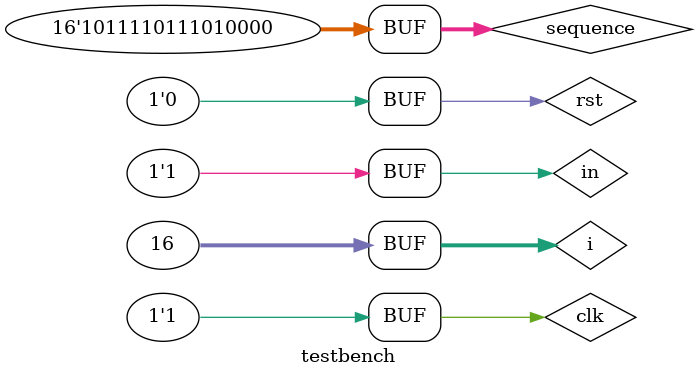
<source format=v>
`timescale 1ns / 1ps


module testbench;

	// Inputs
	reg clk;
	reg rst;
	reg[15:0] sequence;

	// Outputs
	wire tick;

	// Instantiate the Unit Under Test (UUT)
	checker uut (
		.clk(clk), 
		.rst(rst), 
		.sequence(in), 
		.tick(tick)
	);


	
reg in;
integer i;

initial
begin

        clk = 0;
        rst = 1;
        sequence = 16'b1011110111010000;
		  #2 clk = 1;
		  #5 rst = 0;
		  #2 clk = 0;
		  #2 clk = 1;


   for( i = 0; i <= 15; i = i + 1)
   begin
      in = sequence[i];
      #2 clk = 0;
      #2 clk = 1;
   end
 end
    
endmodule
</source>
